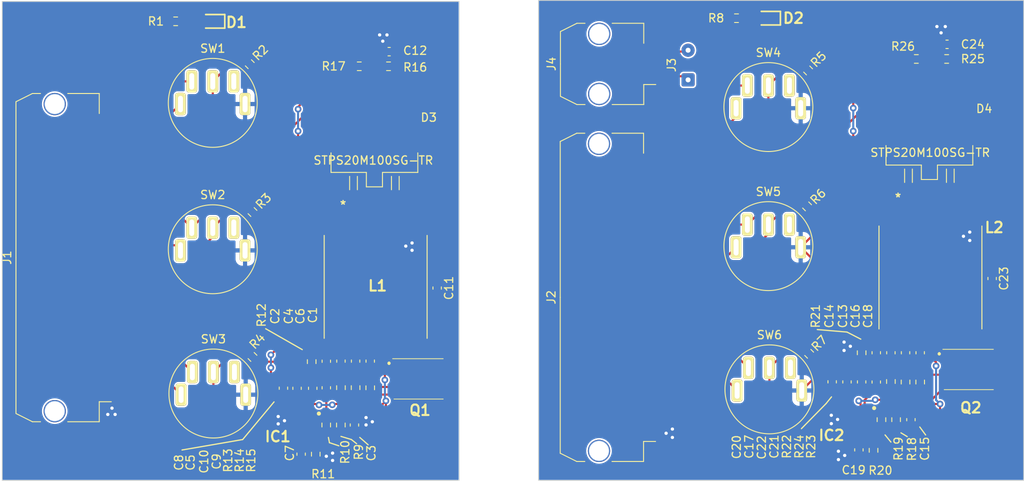
<source format=kicad_pcb>
(kicad_pcb (version 20211014) (generator pcbnew)
  (layers (0 "F.Cu" signal) (31 "B.Cu" signal) (34 "B.Paste" user) (35 "F.Paste" user) (36 "B.SilkS" user "B.Silkscreen") (37 "F.SilkS" user "F.Silkscreen") (38 "B.Mask" user) (39 "F.Mask" user) (44 "Edge.Cuts" user))
  (net 0 "")
  (net 1 "GND")
  (net 2 "Net-(D1-Pad2)")
  (net 3 "Net-(D2-Pad2)")
  (net 4 "AMS")
  (net 5 "IMD")
  (net 6 "SW1_OUT")
  (net 7 "SW2_OUT")
  (net 8 "SW3_OUT")
  (net 9 "SW4_OUT")
  (net 10 "SW5_OUT")
  (net 11 "SW6_OUT")
  (net 12 "Vin_L")
  (net 13 "MCU_SIG3")
  (net 14 "MCU_SIG2")
  (net 15 "MCU_SIG1")
  (net 16 "12V_L")
  (net 17 "Vin_R")
  (net 18 "MCU_SIG6")
  (net 19 "MCU_SIG5")
  (net 20 "MCU_SIG4")
  (net 21 "12V_R")
  (net 22 "Net-(C9-Pad2)")
  (net 23 "Net-(IC1-Pad3)")
  (net 24 "Net-(C10-Pad2)")
  (net 26 "Net-(C21-Pad2)")
  (net 27 "Net-(IC2-Pad3)")
  (net 28 "Net-(C22-Pad2)")
  (net 29 "/SEPIC_CAD_R/COMP")
  (net 30 "/SEPIC_CAD_R/FB")
  (net 31 "/SEPIC_CAD_R/SS")
  (net 32 "/SEPIC_CAD_R/RT")
  (net 34 "/SEPIC_CAD_R/UVLO")
  (net 35 "Net-(Q1-Pad1)")
  (net 36 "Net-(C11-Pad2)")
  (net 37 "Net-(Q2-Pad1)")
  (net 38 "Net-(C23-Pad2)")
  (net 39 "Net-(C8-Pad2)")
  (net 40 "Net-(C11-Pad1)")
  (net 41 "Net-(C20-Pad2)")
  (net 42 "Net-(C23-Pad1)")
  (net 45 "Net-(R14-Pad2)")
  (net 46 "Net-(R23-Pad2)")
  (net 47 "SHTDWN_IN")
  (net 48 "SHTDWN_OUT")
  (net 55 "GND1")
  (net 56 "/SEPIC_CAD/UVLO")
  (net 57 "/SEPIC_CAD/COMP")
  (net 58 "/SEPIC_CAD/SS")
  (net 59 "/SEPIC_CAD/FB")
  (net 60 "/SEPIC_CAD/RT")
  (footprint "Capacitor_SMD:C_0603_1608Metric" (layer "F.Cu") (at 65.775 89.916 -90)
    (fp_text reference "C7")
    (fp_text value "220n")
  )
  (footprint "Resistor_SMD:R_0603_1608Metric" (layer "F.Cu") (at 59.537637 42.545 135)
    (fp_text reference "R2")
    (fp_text value "1K")
  )
  (footprint "Capacitor_SMD:C_0603_1608Metric" (layer "F.Cu") (at 133.858 81.14 -90)
    (fp_text reference "C22")
    (fp_text value "100p")
  )
  (footprint "Resistor_SMD:R_0603_1608Metric" (layer "F.Cu") (at 133.858 77.597 90)
    (fp_text reference "R21")
    (fp_text value "10k")
  )
  (footprint "Resistor_SMD:R_0603_1608Metric" (layer "F.Cu") (at 70.601 86.374 90)
    (fp_text reference "R9")
    (fp_text value "6k8")
  )
  (footprint "Resistor_SMD:R_0603_1608Metric" (layer "F.Cu") (at 70.612 81.838 -90)
    (fp_text reference "R13")
    (fp_text value "100")
  )
  (footprint "Dashboard_LED:Dashboard_Btn" (layer "F.Cu") (at 55.041 47.244)
    (fp_text reference "SW1")
    (fp_text value "Dashboard_Button")
  )
  (footprint "Capacitor_SMD:C_0603_1608Metric" (layer "F.Cu") (at 139.192 77.597 -90)
    (fp_text reference "C16")
    (fp_text value "10u")
  )
  (footprint "Resistor_SMD:R_0603_1608Metric" (layer "F.Cu") (at 127.23 59.817 135)
    (fp_text reference "R6")
    (fp_text value "1K")
  )
  (footprint "Inductor Thing:WE-DD_12XX_CROSSED12" (layer "F.Cu") (at 74.827 69.593 180)
    (fp_text reference "L1")
    (fp_text value "7448700015" hide)
  )
  (footprint "Capacitor_SMD:C_0603_1608Metric" (layer "F.Cu") (at 144.235 40.132 180)
    (fp_text reference "C24")
    (fp_text value "66u")
  )
  (footprint "Global Libraries_2:SON50P200X300X80-13N-D" (layer "F.Cu") (at 66.029 86.36 -90)
    (fp_text reference "IC1")
    (fp_text value "LM5155DSSR" hide)
  )
  (footprint "Global Libraries_2:SON50P200X300X80-13N-D" (layer "F.Cu") (at 133.477 85.691 -90)
    (fp_text reference "IC2")
    (fp_text value "LM5155DSSR" hide)
  )
  (footprint "Capacitor_SMD:C_0603_1608Metric" (layer "F.Cu") (at 67.183 81.915 -90)
    (fp_text reference "C10")
    (fp_text value "100p")
  )
  (footprint "Capacitor_SMD:C_0603_1608Metric" (layer "F.Cu") (at 68.834 78.626 -90)
    (fp_text reference "C2")
    (fp_text value "10u")
  )
  (footprint "Resistor_SMD:R_0603_1608Metric" (layer "F.Cu") (at 72.39 81.838 -90)
    (fp_text reference "R14")
    (fp_text value "4m")
  )
  (footprint "Dashboard_LED:Dashboard_Btn" (layer "F.Cu") (at 122.531 64.643)
    (fp_text reference "SW5")
    (fp_text value "Dashboard_Button")
  )
  (footprint "Capacitor_SMD:C_0603_1608Metric" (layer "F.Cu") (at 76.467 41.021 180)
    (fp_text reference "C12")
    (fp_text value "66u")
  )
  (footprint "Global Libraries_2:STPS20M100SG-TR" (layer "F.Cu") (at 74.676 50.8889)
    (fp_text reference "D3")
    (fp_text value "STPS20M100SG-TR")
  )
  (footprint "Capacitor_SMD:C_0603_1608Metric" (layer "F.Cu") (at 140.97 77.597 -90)
    (fp_text reference "C18")
    (fp_text value "100n")
  )
  (footprint "Capacitor_SMD:C_0603_1608Metric" (layer "F.Cu") (at 137.414 77.597 -90)
    (fp_text reference "C13")
    (fp_text value "10u")
  )
  (footprint "Resistor_SMD:R_0603_1608Metric" (layer "F.Cu") (at 118.658 36.957)
    (fp_text reference "R8")
    (fp_text value "150")
  )
  (footprint "Capacitor_SMD:C_0603_1608Metric" (layer "F.Cu") (at 72.252 86.374 90)
    (fp_text reference "C3")
    (fp_text value "100p")
  )
  (footprint "Dashboard_LED:Dashboard_Btn" (layer "F.Cu") (at 55.041 65.024)
    (fp_text reference "SW2")
    (fp_text value "Dashboard_Button")
  )
  (footprint "Capacitor_SMD:C_0603_1608Metric" (layer "F.Cu") (at 135.636 77.597 -90)
    (fp_text reference "C14")
    (fp_text value "10u")
  )
  (footprint "Resistor_SMD:R_0603_1608Metric" (layer "F.Cu") (at 127.357 43.307 135)
    (fp_text reference "R5")
    (fp_text value "1K")
  )
  (footprint "Resistor_SMD:R_0603_1608Metric" (layer "F.Cu") (at 59.867 60.503637 135)
    (fp_text reference "R3")
    (fp_text value "1K")
  )
  (footprint "Resistor_SMD:R_0603_1608Metric" (layer "F.Cu") (at 50.533 37.338)
    (fp_text reference "R1")
    (fp_text value "150")
  )
  (footprint "Capacitor_SMD:C_0603_1608Metric" (layer "F.Cu") (at 132.08 81.14 90)
    (fp_text reference "C17")
    (fp_text value "270p")
  )
  (footprint "Global Libraries_2:CSD19531Q5AT" (layer "F.Cu") (at 79.756 80.772 180)
    (fp_text reference "Q1")
    (fp_text value "CSD18537NQ5A" hide)
  )
  (footprint "Resistor_SMD:R_0603_1608Metric" (layer "F.Cu") (at 127.484 77.724 135)
    (fp_text reference "R7")
    (fp_text value "1K")
  )
  (footprint "Capacitor_SMD:C_0603_1608Metric" (layer "F.Cu") (at 63.627 81.902 90)
    (fp_text reference "C8")
    (fp_text value "6.8n")
  )
  (footprint "Connector_Molex:Molex_Micro-Fit_3.0_43650-1210_1x12-1MP_P3.00mm_Horizontal" (layer "F.Cu") (at 102.309 70.866 90)
    (fp_text reference "J2")
    (fp_text value "Conn_01x12_Female")
  )
  (footprint "Capacitor_SMD:C_0603_1608Metric" (layer "F.Cu") (at 130.278 81.127 90)
    (fp_text reference "C20")
    (fp_text value "6.8n")
  )
  (footprint "Capacitor_SMD:C_0603_1608Metric" (layer "F.Cu") (at 68.834 81.851 -90)
    (fp_text reference "C9")
    (fp_text value "1u")
  )
  (footprint "Resistor_SMD:R_0603_1608Metric" (layer "F.Cu") (at 67.553 89.916 90)
    (fp_text reference "R11")
    (fp_text value "17k8")
  )
  (footprint "Capacitor_SMD:C_0603_1608Metric" (layer "F.Cu") (at 139.847 85.725 90)
    (fp_text reference "C15")
    (fp_text value "100p")
  )
  (footprint "Resistor_SMD:R_0603_1608Metric" (layer "F.Cu") (at 140.97 81.153 -90)
    (fp_text reference "R23")
    (fp_text value "4m")
  )
  (footprint "Capacitor_SMD:C_0603_1608Metric" (layer "F.Cu") (at 82.296 69.736 -90)
    (fp_text reference "C11")
    (fp_text value "9.4u")
  )
  (footprint "Resistor_SMD:R_0603_1608Metric" (layer "F.Cu") (at 137.414 81.09 -90)
    (fp_text reference "R22")
    (fp_text value "100")
  )
  (footprint "Inductor Thing:WE-DD_12XX_CROSSED12" (layer "F.Cu") (at 142.216 68.453 180)
    (fp_text reference "L2")
    (fp_text value "7448700015" hide)
  )
  (footprint "Resistor_SMD:R_0603_1608Metric" (layer "F.Cu") (at 67.056 78.676 90)
    (fp_text reference "R12")
    (fp_text value "10k")
  )
  (footprint "Capacitor_SMD:C_0603_1608Metric" (layer "F.Cu") (at 70.612 78.613 -90)
    (fp_text reference "C4")
    (fp_text value "10u")
  )
  (footprint "Resistor_SMD:R_0603_1608Metric" (layer "F.Cu") (at 138.045 85.725 90)
    (fp_text reference "R18")
    (fp_text value "6k8")
  )
  (footprint "Resistor_SMD:R_0603_1608Metric" (layer "F.Cu") (at 72.835 42.799 180)
    (fp_text reference "R17")
    (fp_text value "4k7")
  )
  (footprint "Capacitor_SMD:C_0603_1608Metric" (layer "F.Cu") (at 72.39 78.613 -90)
    (fp_text reference "C6")
    (fp_text value "100n")
  )
  (footprint "Dashboard_LED:Dashboard_Btn" (layer "F.Cu") (at 122.531 47.752)
    (fp_text reference "SW4")
    (fp_text value "Dashboard_Button")
  )
  (footprint "Resistor_SMD:R_0603_1608Metric" (layer "F.Cu") (at 59.867 78.105 135)
    (fp_text reference "R4")
    (fp_text value "1K")
  )
  (footprint "Dashboard_LED:Dashboard_Btn" (layer "F.Cu") (at 122.658 82.042)
    (fp_text reference "SW6")
    (fp_text value "Dashboard_Button")
  )
  (footprint "Capacitor_SMD:C_0603_1608Metric" (layer "F.Cu") (at 149.709 68.58 -90)
    (fp_text reference "C23")
    (fp_text value "9.4u")
  )
  (footprint "Global Libraries_2:CSD19531Q5AT" (layer "F.Cu") (at 146.59 79.629 180)
    (fp_text reference "Q2")
    (fp_text value "CSD18537NQ5A" hide)
  )
  (footprint "Connector_Molex:Molex_Micro-Fit_3.0_43650-1210_1x12-1MP_P3.00mm_Horizontal" (layer "F.Cu") (at 36.195 66.04 90)
    (fp_text reference "J1")
    (fp_text value "Conn_01x12_Female")
  )
  (footprint "Resistor_SMD:R_0603_1608Metric" (layer "F.Cu") (at 76.391 42.799 180)
    (fp_text reference "R16")
    (fp_text value "51k1")
  )
  (footprint "Dashboard_LED:LEDC1608X80N" (layer "F.Cu") (at 122.416 36.957 180)
    (fp_text reference "D2")
    (fp_text value "LED" hide)
  )
  (footprint "Resistor_SMD:R_0603_1608Metric" (layer "F.Cu") (at 135.305 89.445 90)
    (fp_text reference "R20")
    (fp_text value "17k8")
  )
  (footprint "Dashboard_LED:LEDC1608X80N" (layer "F.Cu") (at 54.926 37.338 180)
    (fp_text reference "D1")
    (fp_text value "LED" hide)
  )
  (footprint "Connector_Wire:SolderWire-0.1sqmm_1x02_P3.6mm_D0.4mm_OD1mm" (layer "F.Cu") (at 112.776 44.45 90)
    (fp_text reference "J3")
    (fp_text value "Conn_01x02_Female")
  )
  (footprint "Resistor_SMD:R_0603_1608Metric" (layer "F.Cu") (at 136.267 85.725 -90)
    (fp_text reference "R19")
    (fp_text value "34k8")
  )
  (footprint "Global Libraries_2:STPS20M100SG-TR" (layer "F.Cu") (at 142.089 49.9999)
    (fp_text reference "D4")
    (fp_text value "STPS20M100SG-TR")
  )
  (footprint "Connector_Molex:Molex_Micro-Fit_3.0_43650-0210_1x02-1MP_P3.00mm_Horizontal" (layer "F.Cu") (at 102.331 42.512 90)
    (fp_text reference "J4")
    (fp_text value "Conn_01x02_Female")
  )
  (footprint "Resistor_SMD:R_0603_1608Metric" (layer "F.Cu") (at 144.185 41.91 180)
    (fp_text reference "R25")
    (fp_text value "51k1")
  )
  (footprint "Resistor_SMD:R_0603_1608Metric" (layer "F.Cu") (at 139.192 81.153 90)
    (fp_text reference "R24")
    (fp_text value "4m")
  )
  (footprint "Dashboard_LED:Dashboard_Btn" (layer "F.Cu") (at 55.118 82.55)
    (fp_text reference "SW3")
    (fp_text value "Dashboard_Button")
  )
  (footprint "Capacitor_SMD:C_0603_1608Metric" (layer "F.Cu") (at 65.278 81.915 90)
    (fp_text reference "C5")
    (fp_text value "270p")
  )
  (footprint "Capacitor_SMD:C_0603_1608Metric" (layer "F.Cu") (at 135.636 81.153 -90)
    (fp_text reference "C21")
    (fp_text value "1u")
  )
  (footprint "Resistor_SMD:R_0603_1608Metric" (layer "F.Cu") (at 68.823 86.373 -90)
    (fp_text reference "R10")
    (fp_text value "34k8")
  )
  (footprint "Capacitor_SMD:C_0603_1608Metric" (layer "F.Cu") (at 133.527 89.395 -90)
    (fp_text reference "C19")
    (fp_text value "220n")
  )
  (footprint "Resistor_SMD:R_0603_1608Metric" (layer "F.Cu") (at 140.502 41.91 180)
    (fp_text reference "R26")
    (fp_text value "4k7")
  )
  (footprint "Capacitor_SMD:C_0603_1608Metric" (layer "F.Cu") (at 74.168 78.613 -90)
    (fp_text reference "C1")
    (fp_text value "10u")
  )
  (footprint "Resistor_SMD:R_0603_1608Metric" (layer "F.Cu") (at 74.168 81.852 90)
    (fp_text reference "R15")
    (fp_text value "4m")
  )
  (gr_line (start 132.08 75.0824) (end 133.7564 75.946) (layer "F.SilkS") (width 0.15))
  (gr_line (start 129.54 83.7692) (end 130.2004 82.9564) (layer "F.SilkS") (width 0.15))
  (gr_line (start 51.308 89.408) (end 58.674 88.138) (layer "F.SilkS") (width 0.15))
  (gr_line (start 73.914 88.773) (end 72.898 87.884) (layer "F.SilkS") (width 0.15))
  (gr_line (start 71.882 88.138) (end 70.612 87.757) (layer "F.SilkS") (width 0.15))
  (gr_line (start 126.5428 86.8172) (end 129.54 83.7692) (layer "F.SilkS") (width 0.15))
  (gr_line (start 138.6332 87.3252) (end 139.3952 87.7824) (layer "F.SilkS") (width 0.15))
  (gr_line (start 58.674 88.138) (end 62.484 83.566) (layer "F.SilkS") (width 0.15))
  (gr_line (start 61.468 74.676) (end 65.913 77.216) (layer "F.SilkS") (width 0.15))
  (gr_line (start 141.6304 87.5792) (end 140.9192 86.614) (layer "F.SilkS") (width 0.15))
  (gr_line (start 72.517 88.646) (end 71.882 88.138) (layer "F.SilkS") (width 0.15))
  (gr_line (start 70.358 88.9) (end 69.215 88.519) (layer "F.SilkS") (width 0.15))
  (gr_line (start 137.414 88.4428) (end 136.7028 87.5792) (layer "F.SilkS") (width 0.15))
  (gr_line (start 128.4732 74.7776) (end 132.08 75.0824) (layer "F.SilkS") (width 0.15))
  (gr_line (start 69.215 88.519) (end 69.088 87.884) (layer "F.SilkS") (width 0.15))
  (gr_rect (start 94.615 34.798) (end 153.543 93.091) (layer "Edge.Cuts") (width 0.1) (fill none))
  (gr_rect (start 29.464 34.925) (end 84.963 93.091) (layer "Edge.Cuts") (width 0.1) (fill none))
  (segment (start 133.227 84.641) (end 133.227 85.441) (width 0.25) (layer "F.Cu") (net 1))
  (segment (start 135.636 78.372) (end 140.97 78.372) (width 0.25) (layer "F.Cu") (net 1))
  (segment (start 133.477 85.691) (end 137.254 85.691) (width 0.25) (layer "F.Cu") (net 1))
  (segment (start 132.08 80.365) (end 135.623 80.365) (width 0.25) (layer "F.Cu") (net 1))
  (segment (start 130.987 85.7496) (end 130.937 85.6996) (width 0.25) (layer "F.Cu") (net 1))
  (segment (start 123.166 36.957) (end 123.317 36.957) (width 0.25) (layer "F.Cu") (net 1))
  (segment (start 132.227 86.116) (end 132.652 85.691) (width 0.25) (layer "F.Cu") (net 1))
  (segment (start 126.45277 47.89233) (end 126.45277 45.377956) (width 0.25) (layer "F.Cu") (net 1))
  (segment (start 139.169 42.418) (end 139.677 41.91) (width 0.25) (layer "F.Cu") (net 1))
  (segment (start 132.652 85.691) (end 133.477 85.691) (width 0.25) (layer "F.Cu") (net 1))
  (segment (start 131.8506 90.1184) (end 131.8006 90.0684) (width 0.25) (layer "F.Cu") (net 1))
  (segment (start 126.45277 64.78333) (end 127.813363 63.422737) (width 0.25) (layer "F.Cu") (net 1))
  (segment (start 143.46 38.785) (end 143.51 38.735) (width 0.25) (layer "F.Cu") (net 1))
  (segment (start 132.5372 76.8604) (end 132.4872 76.8104) (width 0.25) (layer "F.Cu") (net 1))
  (segment (start 126.45277 45.377956) (end 127.940363 43.890363) (width 0.25) (layer "F.Cu") (net 1))
  (segment (start 139.797 84.9) (end 139.847 84.95) (width 0.25) (layer "F.Cu") (net 1))
  (segment (start 128.067363 66.397923) (end 126.45277 64.78333) (width 0.25) (layer "F.Cu") (net 1))
  (segment (start 143.002 38.227) (end 143.002 37.973) (width 0.25) (layer "F.Cu") (net 1))
  (segment (start 110.059 87.326) (end 110.109 87.376) (width 0.25) (layer "F.Cu") (net 1))
  (segment (start 131.9792 77.3184) (end 131.7252 77.3184) (width 0.25) (layer "F.Cu") (net 1))
  (segment (start 128.067363 78.307363) (end 128.067363 80.694737) (width 0.25) (layer "F.Cu") (net 1))
  (segment (start 130.429 86.2076) (end 130.175 86.2076) (width 0.25) (layer "F.Cu") (net 1))
  (segment (start 137.254 85.691) (end 138.045 84.9) (width 0.25) (layer "F.Cu") (net 1))
  (segment (start 138.045 84.9) (end 139.797 84.9) (width 0.25) (layer "F.Cu") (net 1))
  (segment (start 128.067363 80.694737) (end 126.57977 82.18233) (width 0.25) (layer "F.Cu") (net 1))
  (segment (start 127.813363 63.422737) (end 127.813363 60.400363) (width 0.25) (layer "F.Cu") (net 1))
  (segment (start 131.2926 90.5764) (end 131.0386 90.5764) (width 0.25) (layer "F.Cu") (net 1))
  (segment (start 133.227 85.441) (end 133.477 85.691) (width 0.25) (layer "F.Cu") (net 1))
  (segment (start 132.227 86.741) (end 132.227 86.116) (width 0.25) (layer "F.Cu") (net 1))
  (segment (start 128.778 43.052726) (end 127.940363 43.890363) (width 0.25) (layer "F.Cu") (net 1))
  (segment (start 128.778 42.418) (end 139.169 42.418) (width 0.25) (layer "F.Cu") (net 1))
  (segment (start 135.205 90.17) (end 135.305 90.27) (width 0.25) (layer "F.Cu") (net 1))
  (segment (start 128.778 42.418) (end 128.778 43.052726) (width 0.25) (layer "F.Cu") (net 1))
  (segment (start 139.192 80.328) (end 139.192 78.372) (width 0.25) (layer "F.Cu") (net 1))
  (segment (start 143.46 40.132) (end 141.455 40.132) (width 0.25) (layer "F.Cu") (net 1))
  (segment (start 133.527 90.17) (end 135.205 90.17) (width 0.25) (layer "F.Cu") (net 1))
  (segment (start 146.1778 63.3992) (end 146.2278 63.4492) (width 0.25) (layer "F.Cu") (net 1))
  (segment (start 143.46 40.132) (end 143.46 38.785) (width 0.25) (layer "F.Cu") (net 1))
  (segment (start 134.036 76.772) (end 135.636 78.372) (width 0.25) (layer "F.Cu") (net 1))
  (segment (start 133.858 76.772) (end 134.036 76.772) (width 0.25) (layer "F.Cu") (net 1))
  (segment (start 141.455 40.132) (end 139.677 41.91) (width 0.25) (layer "F.Cu") (net 1))
  (segment (start 110.617 86.868) (end 110.871 86.868) (width 0.25) (layer "F.Cu") (net 1))
  (segment (start 146.7358 62.9412) (end 146.9898 62.9412) (width 0.25) (layer "F.Cu") (net 1))
  (segment (start 135.623 80.365) (end 135.636 80.378) (width 0.25) (layer "F.Cu") (net 1))
  (segment (start 135.636 80.378) (end 135.636 78.372) (width 0.25) (layer "F.Cu") (net 1))
  (segment (start 128.067363 78.307363) (end 128.067363 66.397923) (width 0.25) (layer "F.Cu") (net 1))
  (segment (start 123.317 36.957) (end 128.778 42.418) (width 0.25) (layer "F.Cu") (net 1))
  (via (at 132.4872 76.8104) (size 0.8) (drill 0.4) (layers "F.Cu" "B.Cu") (net 1))
  (via (at 143.002 37.973) (size 0.8) (drill 0.4) (layers "F.Cu" "B.Cu") (net 1))
  (via (at 110.871 87.884) (size 0.8) (drill 0.4) (layers "F.Cu" "B.Cu") (net 1))
  (via (at 146.9898 63.9572) (size 0.8) (drill 0.4) (layers "F.Cu" "B.Cu") (net 1))
  (via (at 143.51 38.735) (size 0.8) (drill 0.4) (layers "F.Cu" "B.Cu") (net 1))
  (via (at 130.175 86.2076) (size 0.8) (drill 0.4) (layers "F.Cu" "B.Cu") (net 1))
  (via (at 144.018 37.973) (size 0.8) (drill 0.4) (layers "F.Cu" "B.Cu") (net 1))
  (via (at 131.7252 77.3184) (size 0.8) (drill 0.4) (layers "F.Cu" "B.Cu") (net 1))
  (via (at 110.871 86.868) (size 0.8) (drill 0.4) (layers "F.Cu" "B.Cu") (net 1))
  (via (at 131.7252 76.3024) (size 0.8) (drill 0.4) (layers "F.Cu" "B.Cu") (net 1))
  (via (at 146.9898 62.9412) (size 0.8) (drill 0.4) (layers "F.Cu" "B.Cu") (net 1))
  (via (at 110.109 87.376) (size 0.8) (drill 0.4) (layers "F.Cu" "B.Cu") (net 1))
  (via (at 130.937 85.6996) (size 0.8) (drill 0.4) (layers "F.Cu" "B.Cu") (net 1))
  (via (at 146.2278 63.4492) (size 0.8) (drill 0.4) (layers "F.Cu" "B.Cu") (net 1))
  (via (at 131.8006 90.0684) (size 0.8) (drill 0.4) (layers "F.Cu" "B.Cu") (net 1))
  (via (at 131.0386 90.5764) (size 0.8) (drill 0.4) (layers "F.Cu" "B.Cu") (net 1))
  (via (at 130.175 85.1916) (size 0.8) (drill 0.4) (layers "F.Cu" "B.Cu") (net 1))
  (via (at 131.0386 89.5604) (size 0.8) (drill 0.4) (layers "F.Cu" "B.Cu") (net 1))
  (segment (start 131.8522 76.3024) (end 131.7252 76.3024) (width 0.25) (layer "B.Cu") (net 1))
  (segment (start 146.8628 63.9572) (end 146.9898 63.9572) (width 0.25) (layer "B.Cu") (net 1))
  (segment (start 130.302 85.1916) (end 130.175 85.1916) (width 0.25) (layer "B.Cu") (net 1))
  (segment (start 144.018 38.1) (end 144.018 37.973) (width 0.25) (layer "B.Cu") (net 1))
  (segment (start 131.1656 89.5604) (end 131.0386 89.5604) (width 0.25) (layer "B.Cu") (net 1))
  (segment (start 110.744 87.884) (end 110.871 87.884) (width 0.25) (layer "B.Cu") (net 1))
  (segment (start 51.358 37.338) (end 54.176 37.338) (width 0.25) (layer "F.Cu") (net 2))
  (segment (start 119.483 36.957) (end 121.666 36.957) (width 0.25) (layer "F.Cu") (net 3))
  (segment (start 41.315 45.731) (end 41.315 49.54) (width 0.25) (layer "F.Cu") (net 4))
  (segment (start 49.708 37.338) (end 41.315 45.731) (width 0.25) (layer "F.Cu") (net 4))
  (segment (start 117.833 44.219) (end 117.833 36.957) (width 0.25) (layer "F.Cu") (net 5))
  (segment (start 107.429 54.366) (end 107.686 54.366) (width 0.25) (layer "F.Cu") (net 5))
  (segment (start 107.686 54.366) (end 117.833 44.219) (width 0.25) (layer "F.Cu") (net 5))
  (segment (start 55.041 46.524) (end 55.041 44.63217) (width 0.25) (layer "F.Cu") (net 6))
  (segment (start 57.711533 41.961637) (end 58.954274 41.961637) (width 0.25) (layer "F.Cu") (net 6))
  (segment (start 55.041 44.63217) (end 57.711533 41.961637) (width 0.25) (layer "F.Cu") (net 6))
  (segment (start 41.315 58.54) (end 43.025 58.54) (width 0.25) (layer "F.Cu") (net 6))
  (segment (start 43.025 58.54) (end 55.041 46.524) (width 0.25) (layer "F.Cu") (net 6))
  (segment (start 55.041 62.41217) (end 57.532896 59.920274) (width 0.25) (layer "F.Cu") (net 7))
  (segment (start 55.041 63.511799) (end 55.041 62.41217) (width 0.25) (layer "F.Cu") (net 7))
  (segment (start 57.532896 59.920274) (end 59.283637 59.920274) (width 0.25) (layer "F.Cu") (net 7))
  (segment (start 51.012799 67.54) (end 55.041 63.511799) (width 0.25) (layer "F.Cu") (net 7))
  (segment (start 41.315 67.54) (end 51.012799 67.54) (width 0.25) (layer "F.Cu") (net 7))
  (segment (start 59.283637 77.521637) (end 57.534533 77.521637) (width 0.25) (layer "F.Cu") (net 8))
  (segment (start 55.118 82.931) (end 55.118 79.93817) (width 0.25) (layer "F.Cu") (net 8))
  (segment (start 41.315 76.54) (end 49.865 85.09) (width 0.25) (layer "F.Cu") (net 8))
  (segment (start 52.959 85.09) (end 55.118 82.931) (width 0.25) (layer "F.Cu") (net 8))
  (segment (start 57.534533 77.521637) (end 55.118 79.93817) (width 0.25) (layer "F.Cu") (net 8))
  (segment (start 49.865 85.09) (end 52.959 85.09) (width 0.25) (layer "F.Cu") (net 8))
  (segment (start 124.947533 42.723637) (end 126.773637 42.723637) (width 0.25) (layer "F.Cu") (net 9))
  (segment (start 107.429 63.366) (end 122.531 48.264) (width 0.25) (layer "F.Cu") (net 9))
  (segment (start 122.531 48.264) (end 122.531 45.14017) (width 0.25) (layer "F.Cu") (net 9))
  (segment (start 122.531 45.14017) (end 124.947533 42.723637) (width 0.25) (layer "F.Cu") (net 9))
  (segment (start 125.328533 59.233637) (end 122.531 62.03117) (width 0.25) (layer "F.Cu") (net 10))
  (segment (start 126.646637 59.233637) (end 125.328533 59.233637) (width 0.25) (layer "F.Cu") (net 10))
  (segment (start 113.295799 72.366) (end 122.531 63.130799) (width 0.25) (layer "F.Cu") (net 10))
  (segment (start 107.429 72.366) (end 113.295799 72.366) (width 0.25) (layer "F.Cu") (net 10))
  (segment (start 122.531 63.130799) (end 122.531 62.03117) (width 0.25) (layer "F.Cu") (net 10))
  (segment (start 122.658 79.43017) (end 124.947533 77.140637) (width 0.25) (layer "F.Cu") (net 11))
  (segment (start 120.523 84.074) (end 122.658 81.939) (width 0.25) (layer "F.Cu") (net 11))
  (segment (start 114.767 81.366) (end 117.475 84.074) (width 0.25) (layer "F.Cu") (net 11))
  (segment (start 124.947533 77.140637) (end 126.900637 77.140637) (width 0.25) (layer "F.Cu") (net 11))
  (segment (start 107.429 81.366) (end 114.767 81.366) (width 0.25) (layer "F.Cu") (net 11))
  (segment (start 117.475 84.074) (end 120.523 84.074) (width 0.25) (layer "F.Cu") (net 11))
  (segment (start 122.658 81.939) (end 122.658 79.43017) (width 0.25) (layer "F.Cu") (net 11))
  (segment (start 68.823 85.548) (end 68.585 85.31) (width 0.25) (layer "F.Cu") (net 12))
  (segment (start 68.834 77.851) (end 74.155 77.851) (width 0.25) (layer "F.Cu") (net 12))
  (segment (start 73.327 74.543) (end 73.327 76.997) (width 0.25) (layer "F.Cu") (net 12))
  (segment (start 71.628 91.821) (end 76.073 87.376) (width 0.25) (layer "F.Cu") (net 12))
  (segment (start 74.803 84.709) (end 69.408 84.709) (width 0.25) (layer "F.Cu") (net 12))
  (segment (start 69.408 84.709) (end 68.823 85.294) (width 0.25) (layer "F.Cu") (net 12))
  (segment (start 73.327 76.997) (end 74.168 77.838) (width 0.25) (layer "F.Cu") (net 12))
  (segment (start 75.946 79.616) (end 75.946 80.899) (width 0.25) (layer "F.Cu") (net 12))
  (segment (start 54.864 91.821) (end 71.628 91.821) (width 0.25) (layer "F.Cu") (net 12))
  (segment (start 74.155 77.851) (end 74.168 77.838) (width 0.25) (layer "F.Cu") (net 12))
  (segment (start 68.585 85.31) (end 67.279 85.31) (width 0.25) (layer "F.Cu") (net 12))
  (segment (start 74.168 77.838) (end 75.946 79.616) (width 0.25) (layer "F.Cu") (net 12))
  (segment (start 42.583 79.54) (end 54.864 91.821) (width 0.25) (layer "F.Cu") (net 12))
  (segment (start 76.073 83.439) (end 74.803 84.709) (width 0.25) (layer "F.Cu") (net 12))
  (segment (start 41.315 79.54) (end 42.583 79.54) (width 0.25) (layer "F.Cu") (net 12))
  (segment (start 76.073 87.376) (end 76.073 83.439) (width 0.25) (layer "F.Cu") (net 12))
  (via (at 76.073 83.439) (size 0.8) (drill 0.4) (layers "F.Cu" "B.Cu") (net 12))
  (via (at 75.946 80.899) (size 0.8) (drill 0.4) (layers "F.Cu" "B.Cu") (net 12))
  (segment (start 75.946 83.312) (end 76.073 83.439) (width 0.25) (layer "B.Cu") (net 12))
  (segment (start 75.946 80.899) (end 75.946 83.312) (width 0.25) (layer "B.Cu") (net 12))
  (segment (start 42.0459 73.54) (end 51.19623 82.69033) (width 0.25) (layer "F.Cu") (net 13))
  (segment (start 41.315 73.54) (end 42.0459 73.54) (width 0.25) (layer "F.Cu") (net 13))
  (segment (start 41.315 64.54) (end 50.4949 64.54) (width 0.25) (layer "F.Cu") (net 14))
  (segment (start 50.4949 64.54) (end 51.11923 65.16433) (width 0.25) (layer "F.Cu") (net 14))
  (segment (start 42.96356 55.54) (end 51.11923 47.38433) (width 0.25) (layer "F.Cu") (net 15))
  (segment (start 41.315 55.54) (end 42.96356 55.54) (width 0.25) (layer "F.Cu") (net 15))
  (segment (start 77.242 42.773) (end 77.216 42.799) (width 0.25) (layer "F.Cu") (net 16))
  (segment (start 38.227 58.452) (end 38.227 55.628) (width 0.25) (layer "F.Cu") (net 16))
  (segment (start 49.22283 44.63217) (end 52.48737 44.63217) (width 0.25) (layer "F.Cu") (net 16))
  (segment (start 41.315 52.54) (end 49.22283 44.63217) (width 0.25) (layer "F.Cu") (net 16))
  (segment (start 41.315 61.54) (end 51.6152 61.54) (width 0.25) (layer "F.Cu") (net 16))
  (segment (start 41.315 61.54) (end 38.481 64.374) (width 0.25) (layer "F.Cu") (net 16))
  (segment (start 38.481 64.374) (end 38.481 67.706) (width 0.25) (layer "F.Cu") (net 16))
  (segment (start 41.315 61.54) (end 38.227 58.452) (width 0.25) (layer "F.Cu") (net 16))
  (segment (start 51.6152 61.54) (end 52.48737 62.41217) (width 0.25) (layer "F.Cu") (net 16))
  (segment (start 41.315 70.54) (end 43.1662 70.54) (width 0.25) (layer "F.Cu") (net 16))
  (segment (start 38.481 67.706) (end 41.315 70.54) (width 0.25) (layer "F.Cu") (net 16))
  (segment (start 38.227 55.628) (end 41.315 52.54) (width 0.25) (layer "F.Cu") (net 16))
  (segment (start 43.1662 70.54) (end 52.56437 79.93817) (width 0.25) (layer "F.Cu") (net 16))
  (segment (start 77.216 46.101) (end 74.676 48.641) (width 0.25) (layer "F.Cu") (net 16))
  (segment (start 77.216 42.799) (end 77.216 46.101) (width 0.25) (layer "F.Cu") (net 16))
  (segment (start 52.48737 62.41217) (end 66.25854 48.641) (width 0.25) (layer "F.Cu") (net 16))
  (segment (start 77.242 41.021) (end 77.242 42.773) (width 0.25) (layer "F.Cu") (net 16))
  (segment (start 66.25854 48.641) (end 74.676 48.641) (width 0.25) (layer "F.Cu") (net 16))
  (segment (start 111.417 84.366) (end 107.429 84.366) (width 0.25) (layer "F.Cu") (net 17))
  (segment (start 134.727 84.641) (end 136.008 84.641) (width 0.25) (layer "F.Cu") (net 17))
  (segment (start 142.9004 78.7524) (end 142.9004 79.1972) (width 0.25) (layer "F.Cu") (net 17))
  (segment (start 135.636 76.822) (end 140.97 76.822) (width 0.25) (layer "F.Cu") (net 17))
  (segment (start 140.716 76.568) (end 140.716 73.403) (width 0.25) (layer "F.Cu") (net 17))
  (segment (start 140.97 76.822) (end 142.9004 78.7524) (width 0.25) (layer "F.Cu") (net 17))
  (segment (start 140.97 76.822) (end 140.716 76.568) (width 0.25) (layer "F.Cu") (net 17))
  (segment (start 140.97 76.822) (end 140.9824 76.822) (width 0.25) (layer "F.Cu") (net 17))
  (segment (start 136.008 84.641) (end 136.267 84.9) (width 0.25) (layer "F.Cu") (net 17))
  (segment (start 143.383 90.17) (end 141.986 91.567) (width 0.25) (layer "F.Cu") (net 17))
  (segment (start 137.347 83.82) (end 143.383 83.82) (width 0.25) (layer "F.Cu") (net 17))
  (segment (start 118.618 91.567) (end 111.417 84.366) (width 0.25) (layer "F.Cu") (net 17))
  (segment (start 140.9824 76.822) (end 141.224 77.0636) (width 0.25) (layer "F.Cu") (net 17))
  (segment (start 143.383 83.82) (end 143.383 90.17) (width 0.25) (layer "F.Cu") (net 17))
  (segment (start 141.986 91.567) (end 118.618 91.567) (width 0.25) (layer "F.Cu") (net 17))
  (segment (start 136.267 84.9) (end 137.347 83.82) (width 0.25) (layer "F.Cu") (net 17))
  (via (at 142.9004 79.1972) (size 0.8) (drill 0.4) (layers "F.Cu" "B.Cu") (net 17))
  (via (at 143.383 83.82) (size 0.8) (drill 0.4) (layers "F.Cu" "B.Cu") (net 17))
  (segment (start 142.9004 79.1972) (end 142.9004 83.3374) (width 0.25) (layer "B.Cu") (net 17))
  (segment (start 142.9004 83.3374) (end 143.383 83.82) (width 0.25) (layer "B.Cu") (net 17))
  (segment (start 118.73623 82.18233) (end 114.9199 78.366) (width 0.25) (layer "F.Cu") (net 18))
  (segment (start 114.9199 78.366) (end 107.429 78.366) (width 0.25) (layer "F.Cu") (net 18))
  (segment (start 114.02656 69.366) (end 118.60923 64.78333) (width 0.25) (layer "F.Cu") (net 19))
  (segment (start 107.429 69.366) (end 114.02656 69.366) (width 0.25) (layer "F.Cu") (net 19))
  (segment (start 118.60923 48.93077) (end 107.429 60.111) (width 0.25) (layer "F.Cu") (net 20))
  (segment (start 118.60923 47.89233) (end 118.60923 48.93077) (width 0.25) (layer "F.Cu") (net 20))
  (segment (start 107.429 60.111) (end 107.429 60.366) (width 0.25) (layer "F.Cu") (net 20))
  (segment (start 145.01 44.831) (end 142.089 47.752) (width 0.25) (layer "F.Cu") (net 21))
  (segment (start 145.01 40.132) (end 145.01 41.91) (width 0.25) (layer "F.Cu") (net 21))
  (segment (start 104.013 60.782) (end 104.013 62.95) (width 0.25) (layer "F.Cu") (net 21))
  (segment (start 134.25654 47.752) (end 142.089 47.752) (width 0.25) (layer "F.Cu") (net 21))
  (segment (start 118.56283 45.14017) (end 119.97737 45.14017) (width 0.25) (layer "F.Cu") (net 21))
  (segment (start 107.429 57.366) (end 110.109 54.686) (width 0.25) (layer "F.Cu") (net 21))
  (segment (start 107.429 57.366) (end 104.013 60.782) (width 0.25) (layer "F.Cu") (net 21))
  (segment (start 116.0402 75.366) (end 107.429 75.366) (width 0.25) (layer "F.Cu") (net 21))
  (segment (start 103.632 71.569) (end 107.429 75.366) (width 0.25) (layer "F.Cu") (net 21))
  (segment (start 103.632 70.163) (end 103.632 71.569) (width 0.25) (layer "F.Cu") (net 21))
  (segment (start 111.76383 62.03117) (end 107.429 66.366) (width 0.25) (layer "F.Cu") (net 21))
  (segment (start 107.429 66.366) (end 103.632 70.163) (width 0.25) (layer "F.Cu") (net 21))
  (segment (start 119.97737 62.03117) (end 134.25654 47.752) (width 0.25) (layer "F.Cu") (net 21))
  (segment (start 110.109 54.686) (end 110.109 53.594) (width 0.25) (layer "F.Cu") (net 21))
  (segment (start 145.01 41.91) (end 145.01 44.831) (width 0.25) (layer "F.Cu") (net 21))
  (segment (start 110.109 53.594) (end 118.56283 45.14017) (width 0.25) (layer "F.Cu") (net 21))
  (segment (start 119.97737 62.03117) (end 111.76383 62.03117) (width 0.25) (layer "F.Cu") (net 21))
  (segment (start 120.10437 79.43017) (end 116.0402 75.366) (width 0.25) (layer "F.Cu") (net 21))
  (segment (start 104.013 62.95) (end 107.429 66.366) (width 0.25) (layer "F.Cu") (net 21))
  (segment (start 68.502 84.66) (end 68.834 84.328) (width 0.25) (layer "F.Cu") (net 22))
  (segment (start 66.804 84.66) (end 68.502 84.66) (width 0.25) (layer "F.Cu") (net 22))
  (segment (start 66.779 84.685) (end 66.804 84.66) (width 0.25) (layer "F.Cu") (net 22))
  (segment (start 66.779 85.31) (end 66.779 84.685) (width 0.25) (layer "F.Cu") (net 22))
  (segment (start 68.834 84.328) (end 68.834 82.626) (width 0.25) (layer "F.Cu") (net 22))
  (segment (start 66.753604 83.82) (end 66.279 84.294604) (width 0.25) (layer "F.Cu") (net 23))
  (segment (start 75.385462 82.677) (end 77.305 82.677) (width 0.25) (layer "F.Cu") (net 23))
  (segment (start 67.8295 83.82) (end 66.753604 83.82) (width 0.25) (layer "F.Cu") (net 23))
  (segment (start 66.279 84.294604) (end 66.279 85.056) (width 0.25) (layer "F.Cu") (net 23))
  (segment (start 69.5585 83.920417) (end 69.658917 83.82) (width 0.25) (layer "F.Cu") (net 23))
  (segment (start 74.242462 83.82) (end 75.385462 82.677) (width 0.25) (layer "F.Cu") (net 23))
  (segment (start 69.658917 83.82) (end 74.242462 83.82) (width 0.25) (layer "F.Cu") (net 23))
  (segment (start 67.945 83.9355) (end 67.8295 83.82) (width 0.25) (layer "F.Cu") (net 23))
  (via (at 67.945 83.9355) (size 0.8) (drill 0.4) (layers "F.Cu" "B.Cu") (net 23))
  (via (at 69.5585 83.920417) (size 0.8) (drill 0.4) (layers "F.Cu" "B.Cu") (net 23))
  (segment (start 67.945 83.9355) (end 68.046858 83.833642) (width 0.25) (layer "B.Cu") (net 23))
  (segment (start 67.945 83.9355) (end 69.543417 83.9355) (width 0.25) (layer "B.Cu") (net 23))
  (segment (start 69.543417 83.9355) (end 69.5585 83.920417) (width 0.25) (layer "B.Cu") (net 23))
  (segment (start 68.022 81.851) (end 69.8 81.851) (width 0.25) (layer "F.Cu") (net 24))
  (segment (start 65.882817 83.465) (end 66.205 83.142817) (width 0.25) (layer "F.Cu") (net 24))
  (segment (start 67.183 82.69) (end 68.022 81.851) (width 0.25) (layer "F.Cu") (net 24))
  (segment (start 66.205 83.142817) (end 66.205 82.931) (width 0.25) (layer "F.Cu") (net 24))
  (segment (start 69.8 81.851) (end 70.612 82.663) (width 0.25) (layer "F.Cu") (net 24))
  (segment (start 66.446 82.69) (end 67.183 82.69) (width 0.25) (layer "F.Cu") (net 24))
  (segment (start 65.671 83.465) (end 65.882817 83.465) (width 0.25) (layer "F.Cu") (net 24))
  (segment (start 65.279 85.31) (end 65.279 83.857) (width 0.25) (layer "F.Cu") (net 24))
  (segment (start 65.279 83.857) (end 65.671 83.465) (width 0.25) (layer "F.Cu") (net 24))
  (segment (start 66.205 82.931) (end 66.446 82.69) (width 0.25) (layer "F.Cu") (net 24))
  (segment (start 134.227 83.337) (end 135.636 81.928) (width 0.25) (layer "F.Cu") (net 26))
  (segment (start 134.227 83.337) (end 134.227 84.641) (width 0.25) (layer "F.Cu") (net 26))
  (segment (start 133.5025 83.439) (end 133.727 83.6635) (width 0.25) (layer "F.Cu") (net 27))
  (segment (start 144.139 81.534) (end 142.361 83.312) (width 0.25) (layer "F.Cu") (net 27))
  (segment (start 133.727 83.6635) (end 133.727 84.641) (width 0.25) (layer "F.Cu") (net 27))
  (segment (start 142.361 83.312) (end 135.509 83.312) (width 0.25) (layer "F.Cu") (net 27))
  (via (at 133.5025 83.439) (size 0.8) (drill 0.4) (layers "F.Cu" "B.Cu") (net 27))
  (via (at 135.509 83.312) (size 0.8) (drill 0.4) (layers "F.Cu" "B.Cu") (net 27))
  (segment (start 133.5025 83.439) (end 135.382 83.439) (width 0.25) (layer "B.Cu") (net 27))
  (segment (start 135.382 83.439) (end 135.509 83.312) (width 0.25) (layer "B.Cu") (net 27))
  (segment (start 136.652 81.153) (end 137.414 81.915) (width 0.25) (layer "F.Cu") (net 28))
  (segment (start 135.158183 81.153) (end 136.652 81.153) (width 0.25) (layer "F.Cu") (net 28))
  (segment (start 134.396183 81.915) (end 135.158183 81.153) (width 0.25) (layer "F.Cu") (net 28))
  (segment (start 133.858 81.915) (end 134.396183 81.915) (width 0.25) (layer "F.Cu") (net 28))
  (segment (start 132.727 84.641) (end 132.727 83.046) (width 0.25) (layer "F.Cu") (net 28))
  (segment (start 132.727 83.046) (end 133.858 81.915) (width 0.25) (layer "F.Cu") (net 28))
  (segment (start 130.278 81.902) (end 132.067 81.902) (width 0.25) (layer "F.Cu") (net 29))
  (segment (start 132.08 81.915) (end 132.08 84.494) (width 0.25) (layer "F.Cu") (net 29))
  (segment (start 132.08 84.494) (end 132.227 84.641) (width 0.25) (layer "F.Cu") (net 29))
  (segment (start 132.067 81.902) (end 132.08 81.915) (width 0.25) (layer "F.Cu") (net 29))
  (segment (start 128.905 79.375) (end 129.794 78.486) (width 0.25) (layer "F.Cu") (net 30))
  (segment (start 129.794 78.486) (end 129.794 73.9648) (width 0.25) (layer "F.Cu") (net 30))
  (segment (start 129.794 73.9648) (end 132.842 70.9168) (width 0.25) (layer "F.Cu") (net 30))
  (segment (start 132.727 86.741) (end 132.727 88.167183) (width 0.25) (layer "F.Cu") (net 30))
  (segment (start 132.842 70.9168) (end 132.842 50.673) (width 0.25) (layer "F.Cu") (net 30))
  (segment (start 134.366 42.926) (end 140.311 42.926) (width 0.25) (layer "F.Cu") (net 30))
  (segment (start 128.905 87.0966) (end 128.905 79.375) (width 0.25) (layer "F.Cu") (net 30))
  (segment (start 132.727 88.167183) (end 129.975583 88.167183) (width 0.25) (layer "F.Cu") (net 30))
  (segment (start 132.842 44.45) (end 134.366 42.926) (width 0.25) (layer "F.Cu") (net 30))
  (segment (start 140.311 42.926) (end 141.327 41.91) (width 0.25) (layer "F.Cu") (net 30))
  (segment (start 129.975583 88.167183) (end 128.905 87.0966) (width 0.25) (layer "F.Cu") (net 30))
  (segment (start 141.327 41.91) (end 143.36 41.91) (width 0.25) (layer "F.Cu") (net 30))
  (segment (start 132.842 44.45) (end 132.842 47.879) (width 0.25) (layer "F.Cu") (net 30))
  (via (at 132.842 50.673) (size 0.8) (drill 0.4) (layers "F.Cu" "B.Cu") (net 30))
  (via (at 132.842 47.879) (size 0.8) (drill 0.4) (layers "F.Cu" "B.Cu") (net 30))
  (segment (start 132.842 47.879) (end 132.842 50.673) (width 0.25) (layer "B.Cu") (net 30))
  (segment (start 133.227 87.88) (end 133.227 86.741) (width 0.25) (layer "F.Cu") (net 31))
  (segment (start 133.527 88.62) (end 133.527 88.188) (width 0.25) (layer "F.Cu") (net 31))
  (segment (start 133.527 88.62) (end 133.662 88.485) (width 0.25) (layer "F.Cu") (net 31))
  (segment (start 133.527 88.188) (end 133.223 87.884) (width 0.25) (layer "F.Cu") (net 31))
  (segment (start 133.223 87.884) (end 133.227 87.88) (width 0.25) (layer "F.Cu") (net 31))
  (segment (start 133.727 86.741) (end 133.727 87.372) (width 0.25) (layer "F.Cu") (net 32))
  (segment (start 134.315 87.63) (end 135.305 88.62) (width 0.25) (layer "F.Cu") (net 32))
  (segment (start 133.727 87.372) (end 133.985 87.63) (width 0.25) (layer "F.Cu") (net 32))
  (segment (start 135.061 88.62) (end 135.305 88.62) (width 0.25) (layer "F.Cu") (net 32))
  (segment (start 133.985 87.63) (end 134.315 87.63) (width 0.25) (layer "F.Cu") (net 32))
  (segment (start 134.727 86.741) (end 139.606 86.741) (width 0.25) (layer "F.Cu") (net 34))
  (segment (start 139.606 86.741) (end 139.847 86.5) (width 0.25) (layer "F.Cu") (net 34))
  (segment (start 70.612 81.013) (end 70.752 81.153) (width 0.25) (layer "F.Cu") (net 35))
  (segment (start 76.96 81.752) (end 77.305 81.407) (width 0.25) (layer "F.Cu") (net 35))
  (segment (start 77.305 81.407) (end 77.305 78.867) (width 0.25) (layer "F.Cu") (net 35))
  (segment (start 73.129 81.752) (end 76.96 81.752) (width 0.25) (layer "F.Cu") (net 35))
  (segment (start 70.612 81.013) (end 72.39 81.013) (width 0.25) (layer "F.Cu") (net 35))
  (segment (start 72.39 81.013) (end 73.129 81.752) (width 0.25) (layer "F.Cu") (net 35))
  (segment (start 82.82 78.207) (end 82.82 78.867) (width 0.25) (layer "F.Cu") (net 36))
  (segment (start 80.619 70.511) (end 76.587 74.543) (width 0.25) (layer "F.Cu") (net 36))
  (segment (start 82.82 78.867) (end 82.82 82.677) (width 0.25) (layer "F.Cu") (net 36))
  (segment (start 76.327 74.543) (end 79.156 74.543) (width 0.25) (layer "F.Cu") (net 36))
  (segment (start 76.587 74.543) (end 76.327 74.543) (width 0.25) (layer "F.Cu") (net 36))
  (segment (start 79.156 74.543) (end 82.82 78.207) (width 0.25) (layer "F.Cu") (net 36))
  (segment (start 82.296 70.511) (end 80.619 70.511) (width 0.25) (layer "F.Cu") (net 36))
  (segment (start 140.97 80.328) (end 141.034 80.264) (width 0.25) (layer "F.Cu") (net 37))
  (segment (start 140.245 81.053) (end 140.97 80.328) (width 0.25) (layer "F.Cu") (net 37))
  (segment (start 144.139 77.724) (end 144.139 80.264) (width 0.25) (layer "F.Cu") (net 37))
  (segment (start 138.202 81.053) (end 140.245 81.053) (width 0.25) (layer "F.Cu") (net 37))
  (segment (start 137.414 80.265) (end 138.202 81.053) (width 0.25) (layer "F.Cu") (net 37))
  (segment (start 141.034 80.264) (end 144.139 80.264) (width 0.25) (layer "F.Cu") (net 37))
  (segment (start 145.661 73.403) (end 149.709 69.355) (width 0.25) (layer "F.Cu") (net 38))
  (segment (start 143.716 73.403) (end 145.661 73.403) (width 0.25) (layer "F.Cu") (net 38))
  (segment (start 149.654 77.064) (end 149.654 81.534) (width 0.25) (layer "F.Cu") (net 38))
  (segment (start 143.716 73.403) (end 145.993 73.403) (width 0.25) (layer "F.Cu") (net 38))
  (segment (start 145.993 73.403) (end 149.654 77.064) (width 0.25) (layer "F.Cu") (net 38))
  (segment (start 63.627 80.772) (end 64.898 79.501) (width 0.25) (layer "F.Cu") (net 39))
  (segment (start 64.898 79.501) (end 67.056 79.501) (width 0.25) (layer "F.Cu") (net 39))
  (segment (start 63.627 81.127) (end 63.627 80.772) (width 0.25) (layer "F.Cu") (net 39))
  (segment (start 73.327 65.318) (end 76.97 68.961) (width 0.25) (layer "F.Cu") (net 40))
  (segment (start 73.327 64.643) (end 73.327 65.318) (width 0.25) (layer "F.Cu") (net 40))
  (segment (start 73.327 60.8429) (end 72.136 59.6519) (width 0.25) (layer "F.Cu") (net 40))
  (segment (start 73.327 64.643) (end 73.327 60.8429) (width 0.25) (layer "F.Cu") (net 40))
  (segment (start 76.97 68.961) (end 82.296 68.961) (width 0.25) (layer "F.Cu") (net 40))
  (segment (start 132.208 78.422) (end 133.858 78.422) (width 0.25) (layer "F.Cu") (net 41))
  (segment (start 130.278 80.352) (end 132.208 78.422) (width 0.25) (layer "F.Cu") (net 41))
  (segment (start 143.624 67.805) (end 149.709 67.805) (width 0.25) (layer "F.Cu") (net 42))
  (segment (start 140.716 63.503) (end 140.716 64.897) (width 0.25) (layer "F.Cu") (net 42))
  (segment (start 139.549 62.336) (end 140.716 63.503) (width 0.25) (layer "F.Cu") (net 42))
  (segment (start 140.716 64.897) (end 143.624 67.805) (width 0.25) (layer "F.Cu") (net 42))
  (segment (start 139.549 58.7629) (end 139.549 62.336) (width 0.25) (layer "F.Cu") (net 42))
  (segment (start 74.168 82.677) (end 72.404 82.677) (width 0.25) (layer "F.Cu") (net 45))
  (segment (start 72.404 82.677) (end 72.39 82.663) (width 0.25) (layer "F.Cu") (net 45))
  (segment (start 139.192 81.978) (end 140.97 81.978) (width 0.25) (layer "F.Cu") (net 46))
  (segment (start 112.338 44.012) (end 112.776 44.45) (width 0.25) (layer "F.Cu") (net 47))
  (segment (start 107.451 44.012) (end 112.338 44.012) (width 0.25) (layer "F.Cu") (net 47))
  (segment (start 112.614 41.012) (end 112.776 40.85) (width 0.25) (layer "F.Cu") (net 48))
  (segment (start 107.451 41.012) (end 112.614 41.012) (width 0.25) (layer "F.Cu") (net 48))
  (segment (start 68.263 90.741) (end 68.834 90.17) (width 0.25) (layer "F.Cu") (net 55))
  (segment (start 42.799 84.024) (end 41.315 82.54) (width 0.25) (layer "F.Cu") (net 55))
  (segment (start 73.532 85.599) (end 73.66 85.471) (width 0.25) (layer "F.Cu") (net 55))
  (segment (start 60.450363 78.688363) (end 66.218637 78.688363) (width 0.25) (layer "F.Cu") (net 55))
  (segment (start 58.96277 47.38433) (end 58.96277 44.286593) (width 0.25) (layer "F.Cu") (net 55))
  (segment (start 66.218637 78.688363) (end 67.056 77.851) (width 0.25) (layer "F.Cu") (net 55))
  (segment (start 70.601 85.549) (end 72.202 85.549) (width 0.25) (layer "F.Cu") (net 55))
  (segment (start 76.327 64.643) (end 78.486 64.643) (width 0.25) (layer "F.Cu") (net 55))
  (segment (start 74.155 79.401) (end 74.168 79.388) (width 0.25) (layer "F.Cu") (net 55))
  (segment (start 66.029 86.36) (end 64.262 86.36) (width 0.25) (layer "F.Cu") (net 55))
  (segment (start 67.503 90.691) (end 67.553 90.741) (width 0.25) (layer "F.Cu") (net 55))
  (segment (start 58.96277 44.286593) (end 60.121 43.128363) (width 0.25) (layer "F.Cu") (net 55))
  (segment (start 42.291 84.836) (end 42.291 85.09) (width 0.25) (layer "F.Cu") (net 55))
  (segment (start 59.03977 80.098956) (end 60.450363 78.688363) (width 0.25) (layer "F.Cu") (net 55))
  (segment (start 65.779 86.11) (end 66.029 86.36) (width 0.25) (layer "F.Cu") (net 55))
  (segment (start 64.779 87.41) (end 64.779 86.785) (width 0.25) (layer "F.Cu") (net 55))
  (segment (start 58.96277 62.574593) (end 58.96277 65.16433) (width 0.25) (layer "F.Cu") (net 55))
  (segment (start 67.056 77.851) (end 67.284 77.851) (width 0.25) (layer "F.Cu") (net 55))
  (segment (start 60.450363 61.087) (end 58.96277 62.574593) (width 0.25) (layer "F.Cu") (net 55))
  (segment (start 55.676 37.338) (end 56.642 37.338) (width 0.25) (layer "F.Cu") (net 55))
  (segment (start 65.405 81.14) (end 68.77 81.14) (width 0.25) (layer "F.Cu") (net 55))
  (segment (start 64.262 86.36) (end 63.754 85.852) (width 0.25) (layer "F.Cu") (net 55))
  (segment (start 60.121 40.817) (end 60.121 43.128363) (width 0.25) (layer "F.Cu") (net 55))
  (segment (start 68.77 81.14) (end 68.834 81.076) (width 0.25) (layer "F.Cu") (net 55))
  (segment (start 76.2 39.243) (end 76.2 38.989) (width 0.25) (layer "F.Cu") (net 55))
  (segment (start 74.168 81.027) (end 74.168 79.388) (width 0.25) (layer "F.Cu") (net 55))
  (segment (start 72.01 42.799) (end 73.788 41.021) (width 0.25) (layer "F.Cu") (net 55))
  (segment (start 65.204 86.36) (end 66.029 86.36) (width 0.25) (layer "F.Cu") (net 55))
  (segment (start 59.03977 82.69033) (end 59.03977 80.098956) (width 0.25) (layer "F.Cu") (net 55))
  (segment (start 42.799 84.328) (end 42.799 84.024) (width 0.25) (layer "F.Cu") (net 55))
  (segment (start 63.246 85.344) (end 62.992 85.344) (width 0.25) (layer "F.Cu") (net 55))
  (segment (start 64.779 86.785) (end 65.204 86.36) (width 0.25) (layer "F.Cu") (net 55))
  (segment (start 78.994 65.151) (end 79.248 65.151) (width 0.25) (layer "F.Cu") (net 55))
  (segment (start 67.284 77.851) (end 68.834 79.401) (width 0.25) (layer "F.Cu") (net 55))
  (segment (start 68.834 79.401) (end 68.834 81.076) (width 0.25) (layer "F.Cu") (net 55))
  (segment (start 65.779 85.31) (end 65.779 86.11) (width 0.25) (layer "F.Cu") (net 55))
  (segment (start 69.342 90.678) (end 69.596 90.678) (width 0.25) (layer "F.Cu") (net 55))
  (segment (start 67.553 90.741) (end 68.263 90.741) (width 0.25) (layer "F.Cu") (net 55))
  (segment (start 72.252 85.599) (end 73.532 85.599) (width 0.25) (layer "F.Cu") (net 55))
  (segment (start 56.642 37.338) (end 60.121 40.817) (width 0.25) (layer "F.Cu") (net 55))
  (segment (start 73.914 85.471) (end 73.66 85.471) (width 0.25) (layer "F.Cu") (net 55))
  (segment (start 65.775 90.691) (end 67.503 90.691) (width 0.25) (layer "F.Cu") (net 55))
  (segment (start 73.788 41.021) (end 75.692 41.021) (width 0.25) (layer "F.Cu") (net 55))
  (segment (start 68.834 79.401) (end 74.155 79.401) (width 0.25) (layer "F.Cu") (net 55))
  (segment (start 72.202 85.549) (end 72.252 85.599) (width 0.25) (layer "F.Cu") (net 55))
  (via (at 79.248 65.151) (size 0.8) (drill 0.4) (layers "F.Cu" "B.Cu") (net 55))
  (via (at 75.692 39.751) (size 0.8) (drill 0.4) (layers "F.Cu" "B.Cu") (net 55))
  (via (at 69.596 89.789) (size 0.8) (drill 0.4) (layers "F.Cu" "B.Cu") (net 55))
  (via (at 79.248 64.262) (size 0.8) (drill 0.4) (layers "F.Cu" "B.Cu") (net 55))
  (via (at 62.992 85.344) (size 0.8) (drill 0.4) (layers "F.Cu" "B.Cu") (net 55))
  (via (at 62.992 86.233) (size 0.8) (drill 0.4) (layers "F.Cu" "B.Cu") (net 55))
  (via (at 42.799 84.328) (size 0.8) (drill 0.4) (layers "F.Cu" "B.Cu") (net 55))
  (via (at 69.596 90.678) (size 0.8) (drill 0.4) (layers "F.Cu" "B.Cu") (net 55))
  (via (at 75.311 38.989) (size 0.8) (drill 0.4) (layers "F.Cu" "B.Cu") (net 55))
  (via (at 76.2 38.989) (size 0.8) (drill 0.4) (layers "F.Cu" "B.Cu") (net 55))
  (via (at 74.422 85.979) (size 0.8) (drill 0.4) (layers "F.Cu" "B.Cu") (net 55))
  (via (at 78.486 64.643) (size 0.8) (drill 0.4) (layers "F.Cu" "B.Cu") (net 55))
  (via (at 42.291 85.09) (size 0.8) (drill 0.4) (layers "F.Cu" "B.Cu") (net 55))
  (via (at 68.834 90.17) (size 0.8) (drill 0.4) (layers "F.Cu" "B.Cu") (net 55))
  (via (at 73.66 86.36) (size 0.8) (drill 0.4) (layers "F.Cu" "B.Cu") (net 55))
  (via (at 73.66 85.471) (size 0.8) (drill 0.4) (layers "F.Cu" "B.Cu") (net 55))
  (via (at 63.754 85.852) (size 0.8) (drill 0.4) (layers "F.Cu" "B.Cu") (net 55))
  (via (at 43.18 85.09) (size 0.8) (drill 0.4) (layers "F.Cu" "B.Cu") (net 55))
  (segment (start 67.279 87.41) (end 68.611 87.41) (width 0.25) (layer "F.Cu") (net 56))
  (segment (start 68.823 87.198) (end 72.203 87.198) (width 0.25) (layer "F.Cu") (net 56))
  (segment (start 68.611 87.41) (end 68.823 87.198) (width 0.25) (layer "F.Cu") (net 56))
  (segment (start 72.203 87.198) (end 72.252 87.149) (width 0.25) (layer "F.Cu") (net 56))
  (segment (start 63.627 82.677) (end 65.392 82.677) (width 0.25) (layer "F.Cu") (net 57))
  (segment (start 64.79 83.305) (end 65.405 82.69) (width 0.25) (layer "F.Cu") (net 57))
  (segment (start 64.79 85.299) (end 64.79 83.305) (width 0.25) (layer "F.Cu") (net 57))
  (segment (start 65.392 82.677) (end 65.405 82.69) (width 0.25) (layer "F.Cu") (net 57))
  (segment (start 64.779 85.31) (end 64.79 85.299) (width 0.25) (layer "F.Cu") (net 57))
  (segment (start 65.779 87.41) (end 65.779 89.137) (width 0.25) (layer "F.Cu") (net 58))
  (segment (start 65.779 89.137) (end 65.775 89.141) (width 0.25) (layer "F.Cu") (net 58))
  (segment (start 65.405 74.549) (end 65.405 50.673) (width 0.25) (layer "F.Cu") (net 59))
  (segment (start 62.103 77.851) (end 65.405 74.549) (width 0.25) (layer "F.Cu") (net 59))
  (segment (start 65.405 47.737) (end 69.543 43.599) (width 0.25) (layer "F.Cu") (net 59))
  (segment (start 65.279 88.035) (end 65.049 88.265) (width 0.25) (layer "F.Cu") (net 59))
  (segment (start 72.86 43.599) (end 73.66 42.799) (width 0.25) (layer "F.Cu") (net 59))
  (segment (start 65.405 48.006) (end 65.405 47.737) (width 0.25) (layer "F.Cu") (net 59))
  (segment (start 62.103 86.741) (end 62.103 79.375) (width 0.25) (layer "F.Cu") (net 59))
  (segment (start 65.049 88.265) (end 63.627 88.265) (width 0.25) (layer "F.Cu") (net 59))
  (segment (start 73.66 42.799) (end 75.566 42.799) (width 0.25) (layer "F.Cu") (net 59))
  (segment (start 69.543 43.599) (end 72.86 43.599) (width 0.25) (layer "F.Cu") (net 59))
  (segment (start 65.279 87.41) (end 65.279 88.035) (width 0.25) (layer "F.Cu") (net 59))
  (segment (start 63.627 88.265) (end 62.103 86.741) (width 0.25) (layer "F.Cu") (net 59))
  (via (at 62.103 79.412863) (size 0.8) (drill 0.4) (layers "F.Cu" "B.Cu") (net 59))
  (via (at 65.405 50.673) (size 0.8) (drill 0.4) (layers "F.Cu" "B.Cu") (net 59))
  (via (at 65.405 48.006) (size 0.8) (drill 0.4) (layers "F.Cu" "B.Cu") (net 59))
  (via (at 62.103 77.851) (size 0.8) (drill 0.4) (layers "F.Cu" "B.Cu") (net 59))
  (segment (start 62.103 79.412863) (end 62.103 77.851) (width 0.25) (layer "B.Cu") (net 59))
  (segment (start 65.405 48.006) (end 65.405 50.673) (width 0.25) (layer "B.Cu") (net 59))
  (segment (start 66.279 87.41) (end 66.279 88.035) (width 0.25) (layer "F.Cu") (net 60))
  (segment (start 67.335 89.091) (end 67.553 89.091) (width 0.25) (layer "F.Cu") (net 60))
  (segment (start 66.279 88.035) (end 67.335 89.091) (width 0.25) (layer "F.Cu") (net 60))
  (zone (net 1) (net_name "GND") (layer "F.Cu") (name "GND1") (connect_pads (clearance 0)) (min_thickness 0.254) (fill yes (thermal_gap 0.508) (thermal_bridge_width 0.508) (smoothing fillet))
    (polygon (pts (xy 147.8788 65.1764) (xy 144.2212 65.1764) (xy 144.2212 62.1792) (xy 147.8788 62.1792)))
  )
  (zone (net 1) (net_name "GND") (layer "F.Cu") (name "GND1") (connect_pads (clearance 0)) (min_thickness 0.254) (fill yes (thermal_gap 0.508) (thermal_bridge_width 0.508) (smoothing fillet))
    (polygon (pts (xy 132.5372 85.6996) (xy 129.5908 87.0204) (xy 129.5908 84.328)))
  )
  (zone (net 55) (net_name "GND1") (layer "F.Cu") (name "GND1") (connect_pads (clearance 0)) (min_thickness 0.254) (fill yes (thermal_gap 0.508) (thermal_bridge_width 0.508) (smoothing fillet))
    (polygon (pts (xy 70.104 91.186) (xy 68.326 91.186) (xy 68.326 89.281) (xy 70.104 89.281)))
  )
  (zone (net 1) (net_name "GND") (layer "F.Cu") (name "GND1") (connect_pads (clearance 0)) (min_thickness 0.254) (fill yes (thermal_gap 0.508) (thermal_bridge_width 0.508) (smoothing fillet))
    (polygon (pts (xy 133.5532 90.17) (xy 130.4544 91.3384) (xy 130.5052 88.6968)))
  )
  (zone (net 55) (net_name "GND1") (layer "F.Cu") (name "GND1") (connect_pads (clearance 0)) (min_thickness 0.254) (fill yes (thermal_gap 0.508) (thermal_bridge_width 0.508) (smoothing fillet))
    (polygon (pts (xy 79.883 65.913) (xy 77.978 65.913) (xy 77.978 63.754) (xy 79.883 63.754)))
  )
  (zone (net 55) (net_name "GND1") (layer "F.Cu") (name "GND1") (connect_pads (clearance 0)) (min_thickness 0.254) (fill yes (thermal_gap 0.508) (thermal_bridge_width 0.508) (smoothing fillet))
    (polygon (pts (xy 75.692 41.402) (xy 74.803 38.608) (xy 76.708 38.608)))
  )
  (zone (net 55) (net_name "GND1") (layer "F.Cu") (name "GND1") (connect_pads (clearance 0)) (min_thickness 0.254) (fill yes (thermal_gap 0.508) (thermal_bridge_width 0.508) (smoothing fillet))
    (polygon (pts (xy 43.942 85.979) (xy 41.783 85.979) (xy 41.783 83.82) (xy 43.942 83.82)))
  )
  (zone (net 55) (net_name "GND1") (layer "F.Cu") (name "GND1") (connect_pads (clearance 0)) (min_thickness 0.254) (fill yes (thermal_gap 0.508) (thermal_bridge_width 0.508) (smoothing fillet))
    (polygon (pts (xy 64.262 86.868) (xy 62.484 86.868) (xy 62.484 84.709) (xy 64.262 84.709)))
  )
  (zone (net 1) (net_name "GND") (layer "F.Cu") (name "GND1") (connect_pads (clearance 0)) (min_thickness 0.254) (fill yes (thermal_gap 0.508) (thermal_bridge_width 0.508) (smoothing fillet))
    (polygon (pts (xy 133.8072 76.8096) (xy 131.0132 78.3336) (xy 131.0132 75.2348)))
  )
  (zone (net 1) (net_name "GND") (layer "F.Cu") (name "GND1") (connect_pads (clearance 0)) (min_thickness 0.254) (fill yes (thermal_gap 0.508) (thermal_bridge_width 0.508) (smoothing fillet))
    (polygon (pts (xy 111.4552 88.8492) (xy 107.4928 87.3252) (xy 111.4552 85.9536)))
  )
  (zone (net 1) (net_name "GND") (layer "F.Cu") (name "GND1") (connect_pads (clearance 0)) (min_thickness 0.254) (fill yes (thermal_gap 0.508) (thermal_bridge_width 0.508) (smoothing fillet))
    (polygon (pts (xy 143.500145 40.389428) (xy 142.24 37.465) (xy 144.907 37.465)))
  )
  (zone (net 55) (net_name "GND1") (layer "F.Cu") (name "GND1") (connect_pads (clearance 0)) (min_thickness 0.254) (fill yes (thermal_gap 0.508) (thermal_bridge_width 0.508) (smoothing fillet))
    (polygon (pts (xy 74.93 86.868) (xy 73.025 86.868) (xy 73.025 84.963) (xy 74.93 84.963)))
  )
  (zone (net 55) (net_name "GND1") (layer "B.Cu") (name "GND1") (connect_pads (clearance 0)) (min_thickness 0.254) (fill yes (thermal_gap 0.508) (thermal_bridge_width 0.508) (smoothing fillet))
    (polygon (pts (xy 84.963 93.091) (xy 29.464 93.091) (xy 29.464 34.925) (xy 84.963 34.925)))
  )
  (zone (net 1) (net_name "GND") (layer "B.Cu") (name "GND1") (connect_pads (clearance 0)) (min_thickness 0.254) (fill yes (thermal_gap 0.508) (thermal_bridge_width 0.508) (smoothing fillet))
    (polygon (pts (xy 153.543 93.091) (xy 94.615 93.091) (xy 94.615 34.798) (xy 153.543 34.798)))
  )
)
</source>
